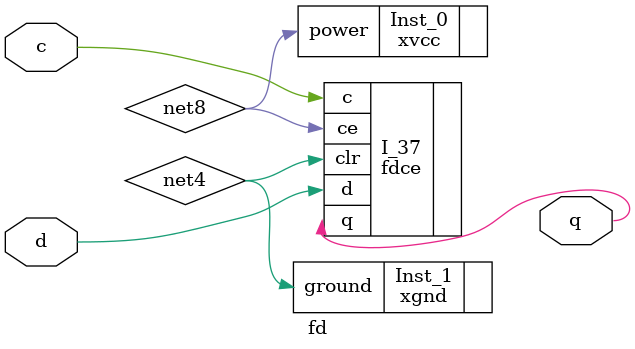
<source format=v>

module fd( q, c, d );

output  q;


input  c, d;





specify 
    specparam CDS_LIBNAME  = "xc7000";
    specparam CDS_CELLNAME = "fd";
    specparam CDS_VIEWNAME = "schematic";
endspecify

xvcc  Inst_0( .power(net8));
xgnd  Inst_1( .ground(net4));
fdce  I_37( .d(d), .clr(net4), .ce(net8), .q(q), .c(c));

endmodule

</source>
